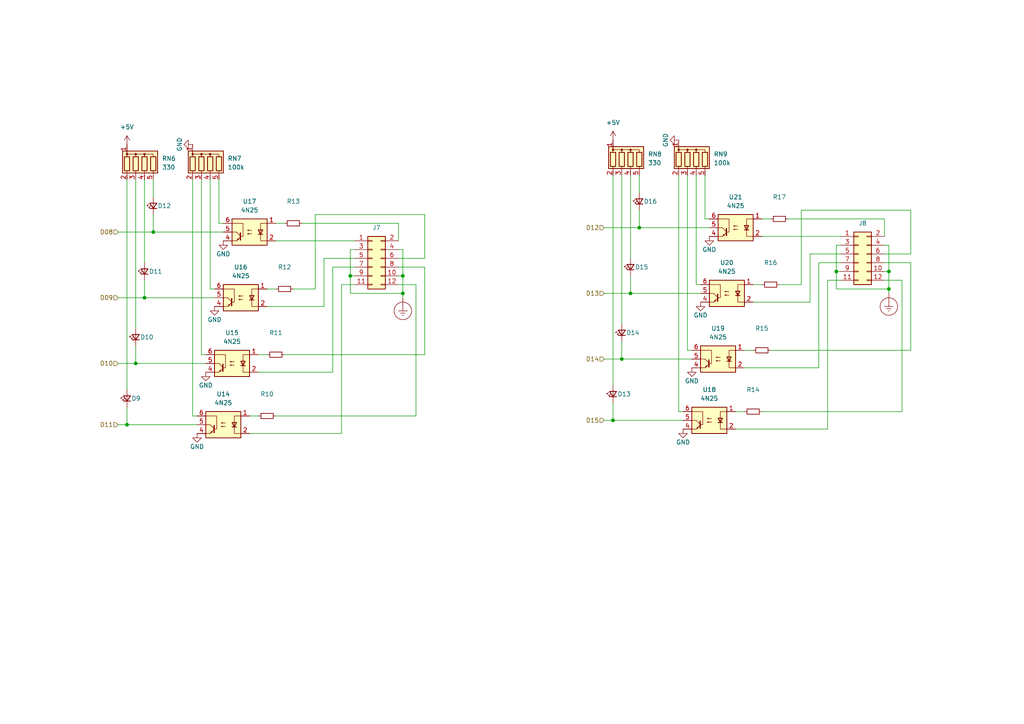
<source format=kicad_sch>
(kicad_sch (version 20211123) (generator eeschema)
  (paper "A4")
  (lib_symbols
    (symbol "Connector_Generic:Conn_02x06_Odd_Even" (pin_names (offset 1.016) hide)
      (property "Reference" "J" (at 1.27 7.62 0))
      (property "Value" "Conn_02x06_Odd_Even" (at 1.27 -10.16 0))
      (symbol "Conn_02x06_Odd_Even_1_1"
        (rectangle (start -1.27 -7.493) (end 0 -7.747) (stroke (width 0.1524)))
        (rectangle (start -1.27 -4.953) (end 0 -5.207) (stroke (width 0.1524)))
        (rectangle (start -1.27 -2.413) (end 0 -2.667) (stroke (width 0.1524)))
        (rectangle (start -1.27 0.127) (end 0 -0.127) (stroke (width 0.1524)))
        (rectangle (start -1.27 2.667) (end 0 2.413) (stroke (width 0.1524)))
        (rectangle (start -1.27 5.207) (end 0 4.953) (stroke (width 0.1524)))
        (rectangle (start -1.27 6.35) (end 3.81 -8.89) (stroke (width 0.254)) (fill (type background)))
        (rectangle (start 3.81 -7.493) (end 2.54 -7.747) (stroke (width 0.1524)))
        (rectangle (start 3.81 -4.953) (end 2.54 -5.207) (stroke (width 0.1524)))
        (rectangle (start 3.81 -2.413) (end 2.54 -2.667) (stroke (width 0.1524)))
        (rectangle (start 3.81 0.127) (end 2.54 -0.127) (stroke (width 0.1524)))
        (rectangle (start 3.81 2.667) (end 2.54 2.413) (stroke (width 0.1524)))
        (rectangle (start 3.81 5.207) (end 2.54 4.953) (stroke (width 0.1524)))
        (pin passive line (at -5.08 5.08 0) (length 3.81) (name "Pin_1") (number "1"))
        (pin passive line (at 7.62 -5.08 180) (length 3.81) (name "Pin_10") (number "10"))
        (pin passive line (at -5.08 -7.62 0) (length 3.81) (name "Pin_11") (number "11"))
        (pin passive line (at 7.62 -7.62 180) (length 3.81) (name "Pin_12") (number "12"))
        (pin passive line (at 7.62 5.08 180) (length 3.81) (name "Pin_2") (number "2"))
        (pin passive line (at -5.08 2.54 0) (length 3.81) (name "Pin_3") (number "3"))
        (pin passive line (at 7.62 2.54 180) (length 3.81) (name "Pin_4") (number "4"))
        (pin passive line (at -5.08 0 0) (length 3.81) (name "Pin_5") (number "5"))
        (pin passive line (at 7.62 0 180) (length 3.81) (name "Pin_6") (number "6"))
        (pin passive line (at -5.08 -2.54 0) (length 3.81) (name "Pin_7") (number "7"))
        (pin passive line (at 7.62 -2.54 180) (length 3.81) (name "Pin_8") (number "8"))
        (pin passive line (at -5.08 -5.08 0) (length 3.81) (name "Pin_9") (number "9"))
      )
    )
    (symbol "Device:LED_Small" (pin_numbers hide) (pin_names (offset 0.254) hide)
      (property "Reference" "D" (at -1.27 3.175 0))
      (property "Value" "LED_Small" (at -4.445 -2.54 0))
      (symbol "LED_Small_0_1"
        (polyline (pts (xy -0.762 -1.016) (xy -0.762 1.016)) (stroke (width 0.254)))
        (polyline (pts (xy 1.016 0) (xy -0.762 0)))
        (polyline (pts (xy 0.762 -1.016) (xy -0.762 0) (xy 0.762 1.016) (xy 0.762 -1.016)) (stroke (width 0.254)))
        (polyline (pts (xy 0 0.762) (xy -0.508 1.27) (xy -0.254 1.27) (xy -0.508 1.27) (xy -0.508 1.016)))
        (polyline (pts (xy 0.508 1.27) (xy 0 1.778) (xy 0.254 1.778) (xy 0 1.778) (xy 0 1.524)))
      )
      (symbol "LED_Small_1_1"
        (pin passive line (at -2.54 0 0) (length 1.778) (name "K") (number "1"))
        (pin passive line (at 2.54 0 180) (length 1.778) (name "A") (number "2"))
      )
    )
    (symbol "Device:R_Network04" (pin_names (offset 0) hide)
      (property "Reference" "RN" (at -7.62 0 90))
      (property "Value" "R_Network04" (at 5.08 0 90))
      (symbol "R_Network04_0_1"
        (rectangle (start -6.35 -3.175) (end 3.81 3.175) (stroke (width 0.254)) (fill (type background)))
        (rectangle (start -5.842 1.524) (end -4.318 -2.54) (stroke (width 0.254)))
        (circle (center -5.08 2.286) (radius 0.254) (fill (type outline)))
        (rectangle (start -3.302 1.524) (end -1.778 -2.54) (stroke (width 0.254)))
        (circle (center -2.54 2.286) (radius 0.254) (fill (type outline)))
        (rectangle (start -0.762 1.524) (end 0.762 -2.54) (stroke (width 0.254)))
        (polyline (pts (xy -5.08 -2.54) (xy -5.08 -3.81)))
        (polyline (pts (xy -2.54 -2.54) (xy -2.54 -3.81)))
        (polyline (pts (xy 0 -2.54) (xy 0 -3.81)))
        (polyline (pts (xy 2.54 -2.54) (xy 2.54 -3.81)))
        (polyline (pts (xy -5.08 1.524) (xy -5.08 2.286) (xy -2.54 2.286) (xy -2.54 1.524)))
        (polyline (pts (xy -2.54 1.524) (xy -2.54 2.286) (xy 0 2.286) (xy 0 1.524)))
        (polyline (pts (xy 0 1.524) (xy 0 2.286) (xy 2.54 2.286) (xy 2.54 1.524)))
        (circle (center 0 2.286) (radius 0.254) (fill (type outline)))
        (rectangle (start 1.778 1.524) (end 3.302 -2.54) (stroke (width 0.254)))
      )
      (symbol "R_Network04_1_1"
        (pin passive line (at -5.08 5.08 270) (length 2.54) (name "common") (number "1"))
        (pin passive line (at -5.08 -5.08 90) (length 1.27) (name "R1") (number "2"))
        (pin passive line (at -2.54 -5.08 90) (length 1.27) (name "R2") (number "3"))
        (pin passive line (at 0 -5.08 90) (length 1.27) (name "R3") (number "4"))
        (pin passive line (at 2.54 -5.08 90) (length 1.27) (name "R4") (number "5"))
      )
    )
    (symbol "Device:R_Small" (pin_numbers hide) (pin_names (offset 0.254) hide)
      (property "Reference" "R" (at 0.762 0.508 0))
      (property "Value" "R_Small" (at 0.762 -1.016 0))
      (symbol "R_Small_0_1"
        (rectangle (start -0.762 1.778) (end 0.762 -1.778) (stroke (width 0.2032)))
      )
      (symbol "R_Small_1_1"
        (pin passive line (at 0 2.54 270) (length 0.762) (name "~") (number "1"))
        (pin passive line (at 0 -2.54 90) (length 0.762) (name "~") (number "2"))
      )
    )
    (symbol "Isolator:4N25" (pin_names (offset 1.016))
      (property "Reference" "U" (at -5.08 5.08 0))
      (property "Value" "4N25" (at 0 5.08 0))
      (symbol "4N25_0_1"
        (rectangle (start -5.08 3.81) (end 5.08 -3.81) (stroke (width 0.254)) (fill (type background)))
        (polyline (pts (xy -3.81 -0.635) (xy -2.54 -0.635)) (stroke (width 0.254)))
        (polyline (pts (xy 2.667 -1.397) (xy 3.81 -2.54)))
        (polyline (pts (xy 2.667 -1.143) (xy 3.81 0)))
        (polyline (pts (xy 3.81 -2.54) (xy 5.08 -2.54)))
        (polyline (pts (xy 3.81 0) (xy 5.08 0)))
        (polyline (pts (xy 2.667 -0.254) (xy 2.667 -2.286) (xy 2.667 -2.286)) (stroke (width 0.3556)))
        (polyline (pts (xy -5.08 -2.54) (xy -3.175 -2.54) (xy -3.175 2.54) (xy -5.08 2.54)))
        (polyline (pts (xy -3.175 -0.635) (xy -3.81 0.635) (xy -2.54 0.635) (xy -3.175 -0.635)) (stroke (width 0.254)))
        (polyline (pts (xy 3.683 -2.413) (xy 3.429 -1.905) (xy 3.175 -2.159) (xy 3.683 -2.413)))
        (polyline (pts (xy 5.08 2.54) (xy 1.905 2.54) (xy 1.905 -1.27) (xy 2.54 -1.27)))
        (polyline (pts (xy -0.635 -0.508) (xy 0.635 -0.508) (xy 0.254 -0.635) (xy 0.254 -0.381) (xy 0.635 -0.508)))
        (polyline (pts (xy -0.635 0.508) (xy 0.635 0.508) (xy 0.254 0.381) (xy 0.254 0.635) (xy 0.635 0.508)))
      )
      (symbol "4N25_1_1"
        (pin passive line (at -7.62 2.54 0) (length 2.54) (name "~") (number "1"))
        (pin passive line (at -7.62 -2.54 0) (length 2.54) (name "~") (number "2"))
        (pin no_connect line (at -5.08 0 0) (length 2.54) hide (name "NC") (number "3"))
        (pin passive line (at 7.62 -2.54 180) (length 2.54) (name "~") (number "4"))
        (pin passive line (at 7.62 0 180) (length 2.54) (name "~") (number "5"))
        (pin passive line (at 7.62 2.54 180) (length 2.54) (name "~") (number "6"))
      )
    )
    (symbol "power:+5V" (power) (pin_names (offset 0))
      (property "Value" "+5V" (at 0 3.556 0))
      (symbol "+5V_0_1"
        (polyline (pts (xy -0.762 1.27) (xy 0 2.54)))
        (polyline (pts (xy 0 0) (xy 0 2.54)))
        (polyline (pts (xy 0 2.54) (xy 0.762 1.27)))
      )
      (symbol "+5V_1_1"
        (pin power_in line (at 0 0 90) (length 0) hide (name "+5V") (number "1"))
      )
    )
    (symbol "power:Earth_Protective" (power) (pin_names (offset 0))
      (symbol "Earth_Protective_0_1"
        (circle (center 0 -3.81) (radius 2.54))
        (polyline (pts (xy -0.635 -4.445) (xy 0.635 -4.445)))
        (polyline (pts (xy -0.127 -5.08) (xy 0.127 -5.08)))
        (polyline (pts (xy 0 -3.81) (xy 0 0)))
        (polyline (pts (xy 1.27 -3.81) (xy -1.27 -3.81)))
      )
      (symbol "Earth_Protective_1_1"
        (pin power_in line (at 0 0 270) (length 0) hide (name "Earth_Protective") (number "1"))
      )
    )
    (symbol "power:GND" (power) (pin_names (offset 0))
      (property "Value" "GND" (at 0 -3.81 0))
      (symbol "GND_0_1"
        (polyline (pts (xy 0 0) (xy 0 -1.27) (xy 1.27 -1.27) (xy 0 -2.54) (xy -1.27 -1.27) (xy 0 -1.27)))
      )
      (symbol "GND_1_1"
        (pin power_in line (at 0 0 270) (length 0) hide (name "GND") (number "1"))
      )
    )
  )
  (junction (at 257.81 83.82))
  (junction (at 116.84 85.09))
  (junction (at 41.91 86.36))
  (junction (at 116.84 80.01))
  (junction (at 44.45 67.31))
  (junction (at 242.57 78.74))
  (junction (at 177.8 121.92))
  (junction (at 39.37 105.41))
  (junction (at 36.83 123.19))
  (junction (at 101.6 80.01))
  (junction (at 180.34 104.14))
  (junction (at 185.42 66.04))
  (junction (at 257.81 78.74))
  (junction (at 182.88 85.09))
  (wire (pts (xy 115.57 72.39) (xy 116.84 72.39)))
  (wire (pts (xy 234.95 87.63) (xy 218.44 87.63)))
  (wire (pts (xy 116.84 80.01) (xy 116.84 85.09)))
  (wire (pts (xy 34.29 105.41) (xy 39.37 105.41)))
  (wire (pts (xy 87.63 64.77) (xy 115.57 64.77)))
  (wire (pts (xy 120.65 82.55) (xy 120.65 120.65)))
  (wire (pts (xy 196.85 119.38) (xy 198.12 119.38)))
  (wire (pts (xy 232.41 82.55) (xy 226.06 82.55)))
  (wire (pts (xy 60.96 83.82) (xy 62.23 83.82)))
  (wire (pts (xy 201.93 50.8) (xy 201.93 82.55)))
  (wire (pts (xy 180.34 50.8) (xy 180.34 93.98)))
  (wire (pts (xy 82.55 102.87) (xy 123.19 102.87)))
  (wire (pts (xy 256.54 78.74) (xy 257.81 78.74)))
  (wire (pts (xy 182.88 50.8) (xy 182.88 74.93)))
  (wire (pts (xy 242.57 71.12) (xy 242.57 78.74)))
  (wire (pts (xy 93.98 74.93) (xy 93.98 88.9)))
  (wire (pts (xy 261.62 119.38) (xy 220.98 119.38)))
  (wire (pts (xy 264.16 73.66) (xy 264.16 60.96)))
  (wire (pts (xy 264.16 76.2) (xy 264.16 101.6)))
  (wire (pts (xy 115.57 74.93) (xy 123.19 74.93)))
  (wire (pts (xy 232.41 60.96) (xy 264.16 60.96)))
  (wire (pts (xy 115.57 77.47) (xy 123.19 77.47)))
  (wire (pts (xy 36.83 52.07) (xy 36.83 113.03)))
  (wire (pts (xy 215.9 101.6) (xy 218.44 101.6)))
  (wire (pts (xy 93.98 88.9) (xy 77.47 88.9)))
  (wire (pts (xy 60.96 52.07) (xy 60.96 83.82)))
  (wire (pts (xy 220.98 63.5) (xy 223.52 63.5)))
  (wire (pts (xy 175.26 85.09) (xy 182.88 85.09)))
  (wire (pts (xy 256.54 71.12) (xy 257.81 71.12)))
  (wire (pts (xy 101.6 80.01) (xy 102.87 80.01)))
  (wire (pts (xy 175.26 104.14) (xy 180.34 104.14)))
  (wire (pts (xy 120.65 120.65) (xy 80.01 120.65)))
  (wire (pts (xy 220.98 68.58) (xy 243.84 68.58)))
  (wire (pts (xy 80.01 69.85) (xy 102.87 69.85)))
  (wire (pts (xy 39.37 100.33) (xy 39.37 105.41)))
  (wire (pts (xy 177.8 50.8) (xy 177.8 111.76)))
  (wire (pts (xy 93.98 74.93) (xy 102.87 74.93)))
  (wire (pts (xy 177.8 116.84) (xy 177.8 121.92)))
  (wire (pts (xy 199.39 101.6) (xy 200.66 101.6)))
  (wire (pts (xy 80.01 64.77) (xy 82.55 64.77)))
  (wire (pts (xy 63.5 52.07) (xy 63.5 64.77)))
  (wire (pts (xy 41.91 52.07) (xy 41.91 76.2)))
  (wire (pts (xy 199.39 50.8) (xy 199.39 101.6)))
  (wire (pts (xy 201.93 82.55) (xy 203.2 82.55)))
  (wire (pts (xy 102.87 77.47) (xy 96.52 77.47)))
  (wire (pts (xy 101.6 72.39) (xy 101.6 80.01)))
  (wire (pts (xy 44.45 52.07) (xy 44.45 57.15)))
  (wire (pts (xy 175.26 66.04) (xy 185.42 66.04)))
  (wire (pts (xy 74.93 102.87) (xy 77.47 102.87)))
  (wire (pts (xy 177.8 121.92) (xy 198.12 121.92)))
  (wire (pts (xy 36.83 123.19) (xy 57.15 123.19)))
  (wire (pts (xy 196.85 50.8) (xy 196.85 119.38)))
  (wire (pts (xy 204.47 63.5) (xy 205.74 63.5)))
  (wire (pts (xy 180.34 99.06) (xy 180.34 104.14)))
  (wire (pts (xy 242.57 83.82) (xy 257.81 83.82)))
  (wire (pts (xy 256.54 63.5) (xy 256.54 68.58)))
  (wire (pts (xy 116.84 72.39) (xy 116.84 80.01)))
  (wire (pts (xy 91.44 62.23) (xy 91.44 83.82)))
  (wire (pts (xy 63.5 64.77) (xy 64.77 64.77)))
  (wire (pts (xy 175.26 121.92) (xy 177.8 121.92)))
  (wire (pts (xy 234.95 73.66) (xy 243.84 73.66)))
  (wire (pts (xy 115.57 82.55) (xy 120.65 82.55)))
  (wire (pts (xy 116.84 85.09) (xy 116.84 86.36)))
  (wire (pts (xy 34.29 86.36) (xy 41.91 86.36)))
  (wire (pts (xy 218.44 82.55) (xy 220.98 82.55)))
  (wire (pts (xy 237.49 76.2) (xy 237.49 106.68)))
  (wire (pts (xy 41.91 81.28) (xy 41.91 86.36)))
  (wire (pts (xy 257.81 71.12) (xy 257.81 78.74)))
  (wire (pts (xy 237.49 106.68) (xy 215.9 106.68)))
  (wire (pts (xy 44.45 62.23) (xy 44.45 67.31)))
  (wire (pts (xy 102.87 72.39) (xy 101.6 72.39)))
  (wire (pts (xy 240.03 81.28) (xy 240.03 124.46)))
  (wire (pts (xy 58.42 102.87) (xy 59.69 102.87)))
  (wire (pts (xy 261.62 81.28) (xy 261.62 119.38)))
  (wire (pts (xy 232.41 60.96) (xy 232.41 82.55)))
  (wire (pts (xy 185.42 66.04) (xy 205.74 66.04)))
  (wire (pts (xy 101.6 85.09) (xy 116.84 85.09)))
  (wire (pts (xy 256.54 76.2) (xy 264.16 76.2)))
  (wire (pts (xy 182.88 85.09) (xy 203.2 85.09)))
  (wire (pts (xy 72.39 120.65) (xy 74.93 120.65)))
  (wire (pts (xy 102.87 82.55) (xy 99.06 82.55)))
  (wire (pts (xy 96.52 77.47) (xy 96.52 107.95)))
  (wire (pts (xy 99.06 125.73) (xy 72.39 125.73)))
  (wire (pts (xy 39.37 52.07) (xy 39.37 95.25)))
  (wire (pts (xy 204.47 50.8) (xy 204.47 63.5)))
  (wire (pts (xy 99.06 82.55) (xy 99.06 125.73)))
  (wire (pts (xy 55.88 120.65) (xy 57.15 120.65)))
  (wire (pts (xy 240.03 124.46) (xy 213.36 124.46)))
  (wire (pts (xy 58.42 52.07) (xy 58.42 102.87)))
  (wire (pts (xy 115.57 64.77) (xy 115.57 69.85)))
  (wire (pts (xy 242.57 78.74) (xy 242.57 83.82)))
  (wire (pts (xy 185.42 60.96) (xy 185.42 66.04)))
  (wire (pts (xy 182.88 80.01) (xy 182.88 85.09)))
  (wire (pts (xy 91.44 62.23) (xy 123.19 62.23)))
  (wire (pts (xy 243.84 71.12) (xy 242.57 71.12)))
  (wire (pts (xy 91.44 83.82) (xy 85.09 83.82)))
  (wire (pts (xy 115.57 80.01) (xy 116.84 80.01)))
  (wire (pts (xy 123.19 77.47) (xy 123.19 102.87)))
  (wire (pts (xy 180.34 104.14) (xy 200.66 104.14)))
  (wire (pts (xy 256.54 81.28) (xy 261.62 81.28)))
  (wire (pts (xy 243.84 76.2) (xy 237.49 76.2)))
  (wire (pts (xy 101.6 80.01) (xy 101.6 85.09)))
  (wire (pts (xy 257.81 78.74) (xy 257.81 83.82)))
  (wire (pts (xy 213.36 119.38) (xy 215.9 119.38)))
  (wire (pts (xy 96.52 107.95) (xy 74.93 107.95)))
  (wire (pts (xy 223.52 101.6) (xy 264.16 101.6)))
  (wire (pts (xy 256.54 73.66) (xy 264.16 73.66)))
  (wire (pts (xy 44.45 67.31) (xy 64.77 67.31)))
  (wire (pts (xy 34.29 123.19) (xy 36.83 123.19)))
  (wire (pts (xy 242.57 78.74) (xy 243.84 78.74)))
  (wire (pts (xy 77.47 83.82) (xy 80.01 83.82)))
  (wire (pts (xy 36.83 118.11) (xy 36.83 123.19)))
  (wire (pts (xy 185.42 50.8) (xy 185.42 55.88)))
  (wire (pts (xy 123.19 74.93) (xy 123.19 62.23)))
  (wire (pts (xy 55.88 52.07) (xy 55.88 120.65)))
  (wire (pts (xy 34.29 67.31) (xy 44.45 67.31)))
  (wire (pts (xy 41.91 86.36) (xy 62.23 86.36)))
  (wire (pts (xy 234.95 73.66) (xy 234.95 87.63)))
  (wire (pts (xy 243.84 81.28) (xy 240.03 81.28)))
  (wire (pts (xy 257.81 83.82) (xy 257.81 85.09)))
  (wire (pts (xy 228.6 63.5) (xy 256.54 63.5)))
  (wire (pts (xy 39.37 105.41) (xy 59.69 105.41)))
  (hierarchical_label "D15" (shape input) (at 175.26 121.92 180))
  (hierarchical_label "D08" (shape input) (at 34.29 67.31 180))
  (hierarchical_label "D11" (shape input) (at 34.29 123.19 180))
  (hierarchical_label "D13" (shape input) (at 175.26 85.09 180))
  (hierarchical_label "D09" (shape input) (at 34.29 86.36 180))
  (hierarchical_label "D14" (shape input) (at 175.26 104.14 180))
  (hierarchical_label "D10" (shape input) (at 34.29 105.41 180))
  (hierarchical_label "D12" (shape input) (at 175.26 66.04 180))
  (symbol (lib_id "power:GND") (at 62.23 88.9 0) (unit 1)
    (property "Reference" "#PWR042" (effects hide))
    (property "Value" "GND" (at 62.23 92.71 0))
  )
  (symbol (lib_id "Device:R_Small") (at 223.52 82.55 90) (unit 1)
    (property "Reference" "R16" (at 223.52 76.2 90))
  )
  (symbol (lib_id "Device:R_Small") (at 77.47 120.65 90) (unit 1)
    (property "Reference" "R10" (at 77.47 114.3 90))
  )
  (symbol (lib_id "power:GND") (at 198.12 124.46 0) (unit 1)
    (property "Reference" "#PWR047" (effects hide))
    (property "Value" "GND" (at 198.12 128.27 0))
  )
  (symbol (lib_id "Device:LED_Small") (at 180.34 96.52 90) (unit 1)
    (property "Reference" "D14" (at 181.61 96.52 90) (effects (justify right)))
    (property "Value" "LED_Small" (effects hide))
  )
  (symbol (lib_id "Isolator:4N25") (at 67.31 105.41 0) (mirror y) (unit 1)
    (property "Reference" "U15" (at 67.31 96.52 0))
    (property "Value" "4N25" (at 67.31 99.06 0))
    (property "Footprint" "Package_DIP:DIP-6_W7.62mm" (effects hide))
    (property "Datasheet" "https://www.vishay.com/docs/83725/4n25.pdf" (effects hide))
  )
  (symbol (lib_id "power:GND") (at 55.88 41.91 270) (unit 1)
    (property "Reference" "#PWR039" (effects hide))
    (property "Value" "GND" (at 52.07 41.91 0))
  )
  (symbol (lib_id "power:GND") (at 205.74 68.58 0) (unit 1)
    (property "Reference" "#PWR050" (effects hide))
    (property "Value" "GND" (at 205.74 72.39 0))
  )
  (symbol (lib_id "Device:R_Small") (at 226.06 63.5 90) (unit 1)
    (property "Reference" "R17" (at 226.06 57.15 90))
  )
  (symbol (lib_id "Isolator:4N25") (at 69.85 86.36 0) (mirror y) (unit 1)
    (property "Reference" "U16" (at 69.85 77.47 0))
    (property "Value" "4N25" (at 69.85 80.01 0))
    (property "Footprint" "Package_DIP:DIP-6_W7.62mm" (effects hide))
    (property "Datasheet" "https://www.vishay.com/docs/83725/4n25.pdf" (effects hide))
  )
  (symbol (lib_id "Connector_Generic:Conn_02x06_Odd_Even") (at 107.95 74.93 0) (unit 1)
    (property "Reference" "J7" (at 109.22 66.04 0))
    (property "Value" "Conn_02x06_Odd_Even" (effects hide))
  )
  (symbol (lib_id "Device:LED_Small") (at 39.37 97.79 90) (unit 1)
    (property "Reference" "D10" (at 40.64 97.79 90) (effects (justify right)))
    (property "Value" "LED_Small" (effects hide))
  )
  (symbol (lib_id "Device:R_Small") (at 218.44 119.38 90) (unit 1)
    (property "Reference" "R14" (at 218.44 113.03 90))
  )
  (symbol (lib_id "Connector_Generic:Conn_02x06_Odd_Even") (at 248.92 73.66 0) (unit 1)
    (property "Reference" "J8" (at 250.19 64.77 0))
    (property "Value" "Conn_02x06_Odd_Even" (effects hide))
  )
  (symbol (lib_id "Device:R_Small") (at 82.55 83.82 90) (unit 1)
    (property "Reference" "R12" (at 82.55 77.47 90))
  )
  (symbol (lib_id "Isolator:4N25") (at 205.74 121.92 0) (mirror y) (unit 1)
    (property "Reference" "U18" (at 205.74 113.03 0))
    (property "Value" "4N25" (at 205.74 115.57 0))
    (property "Footprint" "Package_DIP:DIP-6_W7.62mm" (effects hide))
    (property "Datasheet" "https://www.vishay.com/docs/83725/4n25.pdf" (effects hide))
  )
  (symbol (lib_id "Device:R_Small") (at 80.01 102.87 90) (unit 1)
    (property "Reference" "R11" (at 80.01 96.52 90))
  )
  (symbol (lib_id "power:GND") (at 59.69 107.95 0) (unit 1)
    (property "Reference" "#PWR041" (effects hide))
    (property "Value" "GND" (at 59.69 111.76 0))
  )
  (symbol (lib_id "Isolator:4N25") (at 210.82 85.09 0) (mirror y) (unit 1)
    (property "Reference" "U20" (at 210.82 76.2 0))
    (property "Value" "4N25" (at 210.82 78.74 0))
    (property "Footprint" "Package_DIP:DIP-6_W7.62mm" (effects hide))
    (property "Datasheet" "https://www.vishay.com/docs/83725/4n25.pdf" (effects hide))
  )
  (symbol (lib_id "power:GND") (at 64.77 69.85 0) (unit 1)
    (property "Reference" "#PWR043" (effects hide))
    (property "Value" "GND" (at 64.77 73.66 0))
  )
  (symbol (lib_id "Device:R_Network04") (at 41.91 46.99 0) (unit 1)
    (property "Reference" "RN6" (at 46.99 45.9739 0) (effects (justify left)))
    (property "Value" "330" (at 46.99 48.5139 0) (effects (justify left)))
    (property "Footprint" "Resistor_THT:R_Array_SIP5" (effects hide))
    (property "Datasheet" "http://www.vishay.com/docs/31509/csc.pdf" (effects hide))
  )
  (symbol (lib_id "Isolator:4N25") (at 64.77 123.19 0) (mirror y) (unit 1)
    (property "Reference" "U14" (at 64.77 114.3 0))
    (property "Value" "4N25" (at 64.77 116.84 0))
    (property "Footprint" "Package_DIP:DIP-6_W7.62mm" (effects hide))
    (property "Datasheet" "https://www.vishay.com/docs/83725/4n25.pdf" (effects hide))
  )
  (symbol (lib_id "Device:R_Network04") (at 201.93 45.72 0) (unit 1)
    (property "Reference" "RN9" (at 207.01 44.7039 0) (effects (justify left)))
    (property "Value" "100k" (at 207.01 47.2439 0) (effects (justify left)))
    (property "Footprint" "Resistor_THT:R_Array_SIP5" (effects hide))
    (property "Datasheet" "http://www.vishay.com/docs/31509/csc.pdf" (effects hide))
  )
  (symbol (lib_id "power:GND") (at 203.2 87.63 0) (unit 1)
    (property "Reference" "#PWR049" (effects hide))
    (property "Value" "GND" (at 203.2 91.44 0))
  )
  (symbol (lib_id "Device:LED_Small") (at 182.88 77.47 90) (unit 1)
    (property "Reference" "D15" (at 184.15 77.47 90) (effects (justify right)))
    (property "Value" "LED_Small" (effects hide))
  )
  (symbol (lib_id "power:Earth_Protective") (at 116.84 86.36 0) (unit 1)
    (property "Reference" "#PWR044" (effects hide))
    (property "Value" "Earth_Protective" (effects hide))
  )
  (symbol (lib_id "power:GND") (at 57.15 125.73 0) (unit 1)
    (property "Reference" "#PWR040" (effects hide))
    (property "Value" "GND" (at 57.15 129.54 0))
  )
  (symbol (lib_id "Device:R_Network04") (at 182.88 45.72 0) (unit 1)
    (property "Reference" "RN8" (at 187.96 44.7039 0) (effects (justify left)))
    (property "Value" "330" (at 187.96 47.2439 0) (effects (justify left)))
    (property "Footprint" "Resistor_THT:R_Array_SIP5" (effects hide))
    (property "Datasheet" "http://www.vishay.com/docs/31509/csc.pdf" (effects hide))
  )
  (symbol (lib_id "power:+5V") (at 177.8 40.64 0) (unit 1)
    (property "Reference" "#PWR045" (effects hide))
    (property "Value" "+5V" (at 177.8 35.56 0))
  )
  (symbol (lib_id "Device:LED_Small") (at 36.83 115.57 90) (unit 1)
    (property "Reference" "D9" (at 38.1 115.57 90) (effects (justify right)))
    (property "Value" "LED_Small" (effects hide))
  )
  (symbol (lib_id "Device:R_Small") (at 220.98 101.6 90) (unit 1)
    (property "Reference" "R15" (at 220.98 95.25 90))
  )
  (symbol (lib_id "Device:R_Network04") (at 60.96 46.99 0) (unit 1)
    (property "Reference" "RN7" (at 66.04 45.9739 0) (effects (justify left)))
    (property "Value" "100k" (at 66.04 48.5139 0) (effects (justify left)))
    (property "Footprint" "Resistor_THT:R_Array_SIP5" (effects hide))
    (property "Datasheet" "http://www.vishay.com/docs/31509/csc.pdf" (effects hide))
  )
  (symbol (lib_id "Isolator:4N25") (at 213.36 66.04 0) (mirror y) (unit 1)
    (property "Reference" "U21" (at 213.36 57.15 0))
    (property "Value" "4N25" (at 213.36 59.69 0))
    (property "Footprint" "Package_DIP:DIP-6_W7.62mm" (effects hide))
    (property "Datasheet" "https://www.vishay.com/docs/83725/4n25.pdf" (effects hide))
  )
  (symbol (lib_id "power:GND") (at 196.85 40.64 270) (unit 1)
    (property "Reference" "#PWR046" (effects hide))
    (property "Value" "GND" (at 193.04 40.64 0))
  )
  (symbol (lib_id "Device:R_Small") (at 85.09 64.77 90) (unit 1)
    (property "Reference" "R13" (at 85.09 58.42 90))
  )
  (symbol (lib_id "Device:LED_Small") (at 185.42 58.42 90) (unit 1)
    (property "Reference" "D16" (at 186.69 58.42 90) (effects (justify right)))
    (property "Value" "LED_Small" (effects hide))
  )
  (symbol (lib_id "Device:LED_Small") (at 44.45 59.69 90) (unit 1)
    (property "Reference" "D12" (at 45.72 59.69 90) (effects (justify right)))
    (property "Value" "LED_Small" (effects hide))
  )
  (symbol (lib_id "Device:LED_Small") (at 177.8 114.3 90) (unit 1)
    (property "Reference" "D13" (at 179.07 114.3 90) (effects (justify right)))
    (property "Value" "LED_Small" (effects hide))
  )
  (symbol (lib_id "Isolator:4N25") (at 208.28 104.14 0) (mirror y) (unit 1)
    (property "Reference" "U19" (at 208.28 95.25 0))
    (property "Value" "4N25" (at 208.28 97.79 0))
    (property "Footprint" "Package_DIP:DIP-6_W7.62mm" (effects hide))
    (property "Datasheet" "https://www.vishay.com/docs/83725/4n25.pdf" (effects hide))
  )
  (symbol (lib_id "Isolator:4N25") (at 72.39 67.31 0) (mirror y) (unit 1)
    (property "Reference" "U17" (at 72.39 58.42 0))
    (property "Value" "4N25" (at 72.39 60.96 0))
    (property "Footprint" "Package_DIP:DIP-6_W7.62mm" (effects hide))
    (property "Datasheet" "https://www.vishay.com/docs/83725/4n25.pdf" (effects hide))
  )
  (symbol (lib_id "Device:LED_Small") (at 41.91 78.74 90) (unit 1)
    (property "Reference" "D11" (at 43.18 78.74 90) (effects (justify right)))
    (property "Value" "LED_Small" (effects hide))
  )
  (symbol (lib_id "power:+5V") (at 36.83 41.91 0) (unit 1)
    (property "Reference" "#PWR038" (effects hide))
    (property "Value" "+5V" (at 36.83 36.83 0))
  )
  (symbol (lib_id "power:Earth_Protective") (at 257.81 85.09 0) (unit 1)
    (property "Reference" "#PWR051" (effects hide))
    (property "Value" "Earth_Protective" (effects hide))
  )
  (symbol (lib_id "power:GND") (at 200.66 106.68 0) (unit 1)
    (property "Reference" "#PWR048" (effects hide))
    (property "Value" "GND" (at 200.66 110.49 0))
  )
)
</source>
